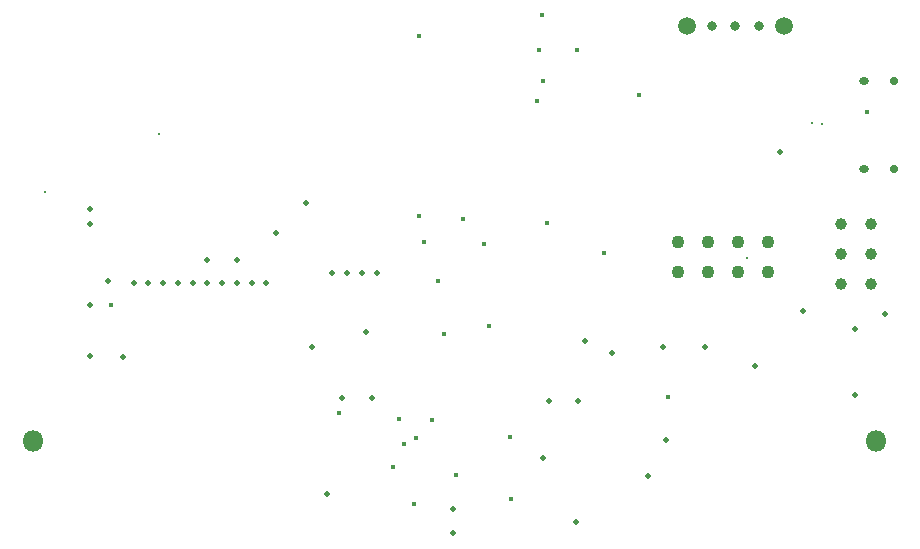
<source format=gbr>
%TF.GenerationSoftware,KiCad,Pcbnew,7.0.8*%
%TF.CreationDate,2023-11-09T12:00:47+01:00*%
%TF.ProjectId,Suspension_telemetry,53757370-656e-4736-996f-6e5f74656c65,rev?*%
%TF.SameCoordinates,Original*%
%TF.FileFunction,Plated,1,2,PTH,Mixed*%
%TF.FilePolarity,Positive*%
%FSLAX46Y46*%
G04 Gerber Fmt 4.6, Leading zero omitted, Abs format (unit mm)*
G04 Created by KiCad (PCBNEW 7.0.8) date 2023-11-09 12:00:47*
%MOMM*%
%LPD*%
G01*
G04 APERTURE LIST*
%TA.AperFunction,ViaDrill*%
%ADD10C,0.300000*%
%TD*%
%TA.AperFunction,ViaDrill*%
%ADD11C,0.400000*%
%TD*%
%TA.AperFunction,ViaDrill*%
%ADD12C,0.500000*%
%TD*%
%TA.AperFunction,ComponentDrill*%
%ADD13C,0.500000*%
%TD*%
G04 aperture for slot hole*
%TA.AperFunction,ComponentDrill*%
%ADD14O,0.800000X0.700000*%
%TD*%
%TA.AperFunction,ComponentDrill*%
%ADD15C,0.700000*%
%TD*%
%TA.AperFunction,ComponentDrill*%
%ADD16C,0.800000*%
%TD*%
%TA.AperFunction,ComponentDrill*%
%ADD17C,1.000000*%
%TD*%
%TA.AperFunction,ComponentDrill*%
%ADD18C,1.090000*%
%TD*%
%TA.AperFunction,ComponentDrill*%
%ADD19C,1.500000*%
%TD*%
G04 aperture for slot hole*
%TA.AperFunction,ComponentDrill*%
%ADD20O,1.800000X1.800000*%
%TD*%
G04 APERTURE END LIST*
D10*
X73152000Y-88773000D03*
X82804000Y-83820000D03*
X132588000Y-94361000D03*
X138049520Y-82920689D03*
X138938000Y-82958500D03*
D11*
X78672900Y-98330400D03*
X98044000Y-107455600D03*
X102589900Y-112014800D03*
X103079800Y-107957300D03*
X103500700Y-110031100D03*
X104335400Y-115177900D03*
X104566700Y-109587400D03*
X104817200Y-75554600D03*
X104817200Y-90785000D03*
X105181400Y-92984400D03*
X105888800Y-108009300D03*
X106426000Y-96266000D03*
X106910200Y-100749300D03*
X107913400Y-112705900D03*
X108546200Y-91036200D03*
X110244200Y-93106300D03*
X110744200Y-100115400D03*
X112522000Y-109460800D03*
X112547900Y-114751800D03*
X114752000Y-81018200D03*
X114930000Y-76751600D03*
X115204800Y-73756000D03*
X115265700Y-79334300D03*
X115655000Y-91333600D03*
X118186400Y-76708000D03*
X120471200Y-93890200D03*
X123444000Y-80518000D03*
X125863700Y-106051700D03*
X142698700Y-81963900D03*
D12*
X76962000Y-90170000D03*
X76962000Y-91440000D03*
X76962000Y-98298000D03*
X76962000Y-102616000D03*
X78486000Y-96266000D03*
X79756000Y-102743000D03*
X86868000Y-94488000D03*
X89408000Y-94488000D03*
X92710000Y-92202000D03*
X95250000Y-89662000D03*
X95758000Y-101854000D03*
X97028000Y-114300000D03*
X98298000Y-106172000D03*
X100330000Y-100584000D03*
X100838000Y-106172000D03*
X107696000Y-115570000D03*
X107696000Y-117602000D03*
X115316000Y-111252000D03*
X115824000Y-106426000D03*
X118110000Y-116713000D03*
X118237000Y-106426000D03*
X118872000Y-101346000D03*
X121158000Y-102362000D03*
X124206000Y-112776000D03*
X125476000Y-101854000D03*
X125730000Y-109728000D03*
X129032000Y-101854000D03*
X133186548Y-103505000D03*
X135382000Y-85344000D03*
X137287000Y-98806000D03*
X141732000Y-100330000D03*
X141732000Y-105918000D03*
X144272000Y-99060000D03*
D13*
%TO.C,J4*%
X80612200Y-96442000D03*
X81862200Y-96442000D03*
X83112200Y-96442000D03*
X84362200Y-96442000D03*
X85612200Y-96442000D03*
X86862200Y-96442000D03*
X88112200Y-96442000D03*
X89362200Y-96442000D03*
X90612200Y-96442000D03*
X91862200Y-96442000D03*
%TO.C,J2*%
X97450400Y-95562000D03*
X98700400Y-95562000D03*
X99950400Y-95562000D03*
X101200400Y-95562000D03*
D14*
%TO.C,J1*%
X142494000Y-79358000D03*
X142494000Y-86758000D03*
D15*
X144994000Y-79358000D03*
X144994000Y-86758000D03*
D16*
%TO.C,S1*%
X129572000Y-74676000D03*
X131572000Y-74676000D03*
X133572000Y-74676000D03*
D17*
%TO.C,J7*%
X140468400Y-91455000D03*
X140468400Y-93995000D03*
X140468400Y-96535000D03*
X143008400Y-91455000D03*
X143008400Y-93995000D03*
X143008400Y-96535000D03*
D18*
%TO.C,J5*%
X126746000Y-92964000D03*
X126746000Y-95504000D03*
X129286000Y-92964000D03*
X129286000Y-95504000D03*
X131826000Y-92964000D03*
X131826000Y-95504000D03*
X134366000Y-92964000D03*
X134366000Y-95504000D03*
D19*
%TO.C,S1*%
X127472000Y-74676000D03*
X135672000Y-74676000D03*
D20*
%TO.C,BT2*%
X72060400Y-109855000D03*
X143460400Y-109855000D03*
M02*

</source>
